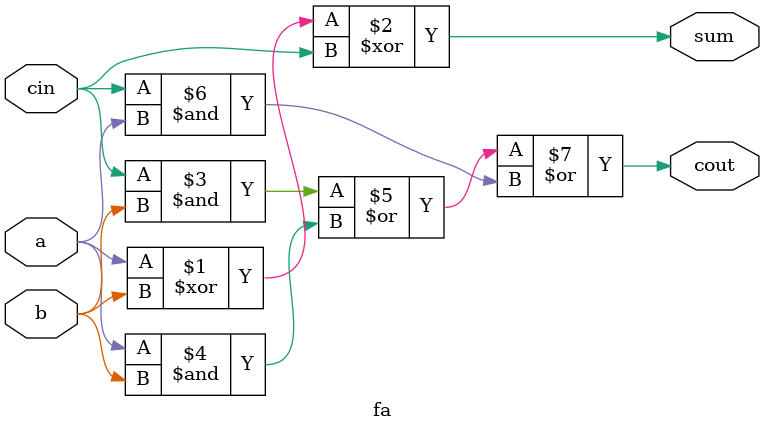
<source format=v>

module top_module (
    input [3:0] x,
    input [3:0] y, 
    output [4:0] sum);
    
    wire [3:0] cout;
    
    fa bit0(
        .a(x[0]),
        .b(y[0]),
        .cin(0),
        .cout(cout[0]),
        .sum(sum[0])
    );
    fa bit1(
        .a(x[1]),
        .b(y[1]),
        .cin(cout[0]),
        .cout(cout[1]),
        .sum(sum[1])
    );
    fa bit2(
        .a(x[2]),
        .b(y[2]),
        .cin(cout[1]),
        .cout(cout[2]),
        .sum(sum[2])
    );
    fa bit3(
        .a(x[3]),
        .b(y[3]),
        .cin(cout[2]),
        .cout(sum[4]),
        .sum(sum[3])
    );
endmodule

module fa(
    input a,
    input b,
    input cin,
    output cout,
    output sum
);

    assign sum = a ^ b ^ cin;
    assign cout = (cin&b) | (a&b) | (cin&a);
endmodule
</source>
